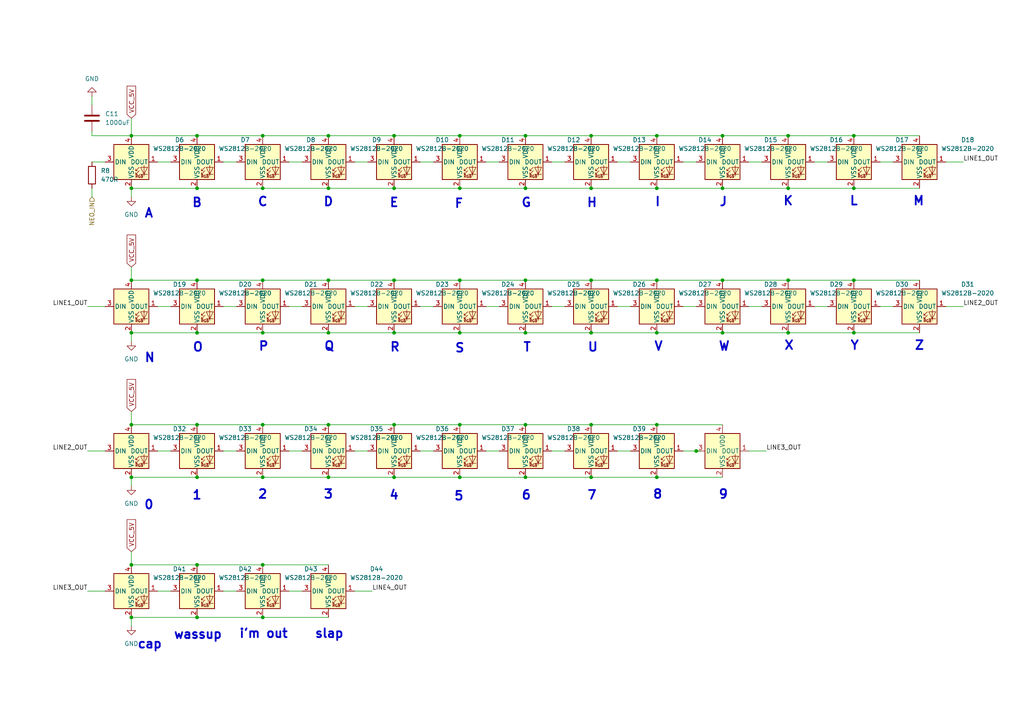
<source format=kicad_sch>
(kicad_sch (version 20250114) (generator "eeschema") (generator_version "9.0")
  (paper "A4")
  (lib_symbols
    (symbol "Device:C" (pin_numbers (hide yes)) (pin_names (offset 0.254))
      (property "Reference" "C" (at 0.635 2.54 0))
      (property "Value" "C" (at 0.635 -2.54 0))
      (symbol "C_0_1"
        (polyline (pts (xy -2.032 0.762) (xy 2.032 0.762)) (stroke (width 0.508)))
        (polyline (pts (xy -2.032 -0.762) (xy 2.032 -0.762)) (stroke (width 0.508)))
      )
      (symbol "C_1_1"
        (pin passive line (at 0 3.81 270) (length 2.794) (name "~") (number "1"))
        (pin passive line (at 0 -3.81 90) (length 2.794) (name "~") (number "2"))
      )
    )
    (symbol "Device:R" (pin_numbers (hide yes)) (pin_names (offset 0))
      (property "Reference" "R" (at 2.032 0 90))
      (property "Value" "R" (at 0 0 90))
      (symbol "R_0_1"
        (rectangle (start -1.016 -2.54) (end 1.016 2.54) (stroke (width 0.254)))
      )
      (symbol "R_1_1"
        (pin passive line (at 0 3.81 270) (length 1.27) (name "~") (number "1"))
        (pin passive line (at 0 -3.81 90) (length 1.27) (name "~") (number "2"))
      )
    )
    (symbol "LED:WS2812B-2020" (pin_names (offset 0.254))
      (property "Reference" "D" (at 5.08 5.715 0))
      (property "Value" "WS2812B-2020" (at 1.27 -5.715 0))
      (symbol "WS2812B-2020_0_0"
        (text "RGB" (at 2.286 -4.191 0) (effects (font (size 0.762 0.762))))
      )
      (symbol "WS2812B-2020_0_1"
        (polyline (pts (xy 1.27 -2.54) (xy 1.778 -2.54)))
        (polyline (pts (xy 1.27 -3.556) (xy 1.778 -3.556)))
        (polyline (pts (xy 2.286 -1.524) (xy 1.27 -2.54) (xy 1.27 -2.032)))
        (polyline (pts (xy 2.286 -2.54) (xy 1.27 -3.556) (xy 1.27 -3.048)))
        (polyline (pts (xy 3.683 -1.016) (xy 3.683 -3.556) (xy 3.683 -4.064)))
        (polyline (pts (xy 4.699 -1.524) (xy 2.667 -1.524) (xy 3.683 -3.556) (xy 4.699 -1.524)))
        (polyline (pts (xy 4.699 -3.556) (xy 2.667 -3.556)))
        (rectangle (start 5.08 5.08) (end -5.08 -5.08) (stroke (width 0.254)) (fill (type background)))
      )
      (symbol "WS2812B-2020_1_1"
        (pin input line (at -7.62 0 0) (length 2.54) (name "DIN") (number "3"))
        (pin power_in line (at 0 7.62 270) (length 2.54) (name "VDD") (number "4"))
        (pin power_in line (at 0 -7.62 90) (length 2.54) (name "VSS") (number "2"))
        (pin output line (at 7.62 0 180) (length 2.54) (name "DOUT") (number "1"))
      )
    )
    (symbol "power:GND" (power) (pin_numbers (hide yes)) (pin_names (offset 0) (hide yes))
      (property "Value" "GND" (at 0 -3.81 0))
      (symbol "GND_0_1"
        (polyline (pts (xy 0 0) (xy 0 -1.27) (xy 1.27 -1.27) (xy 0 -2.54) (xy -1.27 -1.27) (xy 0 -1.27)))
      )
      (symbol "GND_1_1"
        (pin power_in line (at 0 0 270) (length 0) (name "~") (number "1"))
      )
    )
  )
  (text "M" (at 266.446 58.42 0) (effects (font (size 2.54 2.54) (thickness 0.508) (bold yes))))
  (text "i'm out" (at 76.454 183.896 0) (effects (font (size 2.54 2.54) (thickness 0.508) (bold yes))))
  (text "I" (at 190.754 58.674 0) (effects (font (size 2.54 2.54) (thickness 0.508) (bold yes))))
  (text "9" (at 209.804 143.51 0) (effects (font (size 2.54 2.54) (thickness 0.508) (bold yes))))
  (text "N" (at 43.434 103.886 0) (effects (font (size 2.54 2.54) (thickness 0.508) (bold yes))))
  (text "X" (at 228.854 100.33 0) (effects (font (size 2.54 2.54) (thickness 0.508) (bold yes))))
  (text "Q" (at 95.504 100.584 0) (effects (font (size 2.54 2.54) (thickness 0.508) (bold yes))))
  (text "S" (at 133.35 101.092 0) (effects (font (size 2.54 2.54) (thickness 0.508) (bold yes))))
  (text "J" (at 209.804 58.674 0) (effects (font (size 2.54 2.54) (thickness 0.508) (bold yes))))
  (text "F" (at 133.096 59.182 0) (effects (font (size 2.54 2.54) (thickness 0.508) (bold yes))))
  (text "G" (at 152.654 58.928 0) (effects (font (size 2.54 2.54) (thickness 0.508) (bold yes))))
  (text "W" (at 210.058 100.584 0) (effects (font (size 2.54 2.54) (thickness 0.508) (bold yes))))
  (text "0" (at 43.18 146.558 0) (effects (font (size 2.54 2.54) (thickness 0.508) (bold yes))))
  (text "K" (at 228.6 58.42 0) (effects (font (size 2.54 2.54) (thickness 0.508) (bold yes))))
  (text "P\n" (at 76.454 100.584 0) (effects (font (size 2.54 2.54) (thickness 0.508) (bold yes))))
  (text "C\n" (at 76.2 58.674 0) (effects (font (size 2.54 2.54) (thickness 0.508) (bold yes))))
  (text "wassup" (at 57.404 184.15 0) (effects (font (size 2.54 2.54) (thickness 0.508) (bold yes))))
  (text "8" (at 190.754 143.51 0) (effects (font (size 2.54 2.54) (thickness 0.508) (bold yes))))
  (text "cap" (at 43.434 186.944 0) (effects (font (size 2.54 2.54) (thickness 0.508) (bold yes))))
  (text "T" (at 152.908 100.838 0) (effects (font (size 2.54 2.54) (thickness 0.508) (bold yes))))
  (text "7" (at 171.704 143.764 0) (effects (font (size 2.54 2.54) (thickness 0.508) (bold yes))))
  (text "O" (at 57.404 100.838 0) (effects (font (size 2.54 2.54) (thickness 0.508) (bold yes))))
  (text "H" (at 171.704 58.928 0) (effects (font (size 2.54 2.54) (thickness 0.508) (bold yes))))
  (text "L" (at 247.65 58.42 0) (effects (font (size 2.54 2.54) (thickness 0.508) (bold yes))))
  (text "E" (at 114.3 58.928 0) (effects (font (size 2.54 2.54) (thickness 0.508) (bold yes))))
  (text "4" (at 114.3 143.764 0) (effects (font (size 2.54 2.54) (thickness 0.508) (bold yes))))
  (text "Y" (at 247.904 100.33 0) (effects (font (size 2.54 2.54) (thickness 0.508) (bold yes))))
  (text "Z" (at 266.7 100.33 0) (effects (font (size 2.54 2.54) (thickness 0.508) (bold yes))))
  (text "6" (at 152.654 143.764 0) (effects (font (size 2.54 2.54) (thickness 0.508) (bold yes))))
  (text "3" (at 95.25 143.51 0) (effects (font (size 2.54 2.54) (thickness 0.508) (bold yes))))
  (text "V" (at 191.008 100.584 0) (effects (font (size 2.54 2.54) (thickness 0.508) (bold yes))))
  (text "U" (at 171.958 100.838 0) (effects (font (size 2.54 2.54) (thickness 0.508) (bold yes))))
  (text "B" (at 57.15 58.928 0) (effects (font (size 2.54 2.54) (thickness 0.508) (bold yes))))
  (text "5" (at 133.096 144.018 0) (effects (font (size 2.54 2.54) (thickness 0.508) (bold yes))))
  (text "slap" (at 95.504 183.896 0) (effects (font (size 2.54 2.54) (thickness 0.508) (bold yes))))
  (text "1" (at 57.15 143.764 0) (effects (font (size 2.54 2.54) (thickness 0.508) (bold yes))))
  (text "R" (at 114.554 100.838 0) (effects (font (size 2.54 2.54) (thickness 0.508) (bold yes))))
  (text "A" (at 43.18 61.976 0) (effects (font (size 2.54 2.54) (thickness 0.508) (bold yes))))
  (text "D" (at 95.25 58.674 0) (effects (font (size 2.54 2.54) (thickness 0.508) (bold yes))))
  (text "2" (at 76.2 143.51 0) (effects (font (size 2.54 2.54) (thickness 0.508) (bold yes))))
  (junction (at 76.2 163.83))
  (junction (at 171.45 54.61))
  (junction (at 76.2 123.19))
  (junction (at 114.3 81.28))
  (junction (at 76.2 138.43))
  (junction (at 228.6 96.52))
  (junction (at 114.3 39.37))
  (junction (at 133.35 39.37))
  (junction (at 171.45 39.37))
  (junction (at 57.15 81.28))
  (junction (at 201.93 130.81))
  (junction (at 38.1 39.37))
  (junction (at 133.35 138.43))
  (junction (at 76.2 39.37))
  (junction (at 228.6 81.28))
  (junction (at 95.25 54.61))
  (junction (at 190.5 96.52))
  (junction (at 209.55 54.61))
  (junction (at 228.6 39.37))
  (junction (at 57.15 163.83))
  (junction (at 190.5 81.28))
  (junction (at 95.25 123.19))
  (junction (at 171.45 81.28))
  (junction (at 76.2 81.28))
  (junction (at 133.35 81.28))
  (junction (at 38.1 179.07))
  (junction (at 38.1 96.52))
  (junction (at 114.3 96.52))
  (junction (at 95.25 138.43))
  (junction (at 38.1 54.61))
  (junction (at 190.5 39.37))
  (junction (at 57.15 123.19))
  (junction (at 133.35 54.61))
  (junction (at 38.1 81.28))
  (junction (at 114.3 138.43))
  (junction (at 133.35 123.19))
  (junction (at 95.25 81.28))
  (junction (at 209.55 81.28))
  (junction (at 171.45 96.52))
  (junction (at 152.4 123.19))
  (junction (at 228.6 54.61))
  (junction (at 171.45 138.43))
  (junction (at 76.2 96.52))
  (junction (at 57.15 54.61))
  (junction (at 38.1 123.19))
  (junction (at 57.15 96.52))
  (junction (at 114.3 123.19))
  (junction (at 152.4 39.37))
  (junction (at 190.5 138.43))
  (junction (at 247.65 81.28))
  (junction (at 57.15 39.37))
  (junction (at 209.55 39.37))
  (junction (at 76.2 54.61))
  (junction (at 95.25 96.52))
  (junction (at 57.15 138.43))
  (junction (at 247.65 39.37))
  (junction (at 95.25 39.37))
  (junction (at 38.1 138.43))
  (junction (at 190.5 123.19))
  (junction (at 152.4 138.43))
  (junction (at 57.15 179.07))
  (junction (at 133.35 96.52))
  (junction (at 171.45 123.19))
  (junction (at 247.65 96.52))
  (junction (at 152.4 96.52))
  (junction (at 76.2 179.07))
  (junction (at 152.4 81.28))
  (junction (at 247.65 54.61))
  (junction (at 38.1 163.83))
  (junction (at 209.55 96.52))
  (junction (at 152.4 54.61))
  (junction (at 114.3 54.61))
  (junction (at 190.5 54.61))
  (wire (pts (xy 114.3 123.19) (xy 133.35 123.19)))
  (wire (pts (xy 171.45 96.52) (xy 190.5 96.52)))
  (wire (pts (xy 228.6 81.28) (xy 247.65 81.28)))
  (wire (pts (xy 38.1 119.38) (xy 38.1 123.19)))
  (wire (pts (xy 152.4 81.28) (xy 171.45 81.28)))
  (wire (pts (xy 209.55 96.52) (xy 228.6 96.52)))
  (wire (pts (xy 25.4 130.81) (xy 30.48 130.81)))
  (wire (pts (xy 247.65 81.28) (xy 266.7 81.28)))
  (wire (pts (xy 95.25 96.52) (xy 114.3 96.52)))
  (wire (pts (xy 38.1 54.61) (xy 38.1 57.15)))
  (wire (pts (xy 57.15 54.61) (xy 76.2 54.61)))
  (wire (pts (xy 95.25 138.43) (xy 114.3 138.43)))
  (wire (pts (xy 236.22 88.9) (xy 240.03 88.9)))
  (wire (pts (xy 57.15 39.37) (xy 76.2 39.37)))
  (wire (pts (xy 201.93 130.81) (xy 203.2 130.81)))
  (wire (pts (xy 57.15 81.28) (xy 76.2 81.28)))
  (wire (pts (xy 160.02 130.81) (xy 163.83 130.81)))
  (wire (pts (xy 95.25 81.28) (xy 114.3 81.28)))
  (wire (pts (xy 114.3 96.52) (xy 133.35 96.52)))
  (wire (pts (xy 133.35 81.28) (xy 152.4 81.28)))
  (wire (pts (xy 76.2 96.52) (xy 95.25 96.52)))
  (wire (pts (xy 255.27 88.9) (xy 259.08 88.9)))
  (wire (pts (xy 228.6 39.37) (xy 247.65 39.37)))
  (wire (pts (xy 83.82 130.81) (xy 87.63 130.81)))
  (wire (pts (xy 26.67 27.94) (xy 26.67 30.48)))
  (wire (pts (xy 25.4 171.45) (xy 30.48 171.45)))
  (wire (pts (xy 152.4 39.37) (xy 171.45 39.37)))
  (wire (pts (xy 38.1 81.28) (xy 57.15 81.28)))
  (wire (pts (xy 57.15 123.19) (xy 76.2 123.19)))
  (wire (pts (xy 76.2 179.07) (xy 95.25 179.07)))
  (wire (pts (xy 114.3 138.43) (xy 133.35 138.43)))
  (wire (pts (xy 45.72 171.45) (xy 49.53 171.45)))
  (wire (pts (xy 217.17 46.99) (xy 220.98 46.99)))
  (wire (pts (xy 247.65 54.61) (xy 266.7 54.61)))
  (wire (pts (xy 102.87 88.9) (xy 106.68 88.9)))
  (wire (pts (xy 95.25 39.37) (xy 114.3 39.37)))
  (wire (pts (xy 76.2 81.28) (xy 95.25 81.28)))
  (wire (pts (xy 140.97 46.99) (xy 144.78 46.99)))
  (wire (pts (xy 121.92 46.99) (xy 125.73 46.99)))
  (wire (pts (xy 140.97 88.9) (xy 144.78 88.9)))
  (wire (pts (xy 95.25 123.19) (xy 114.3 123.19)))
  (wire (pts (xy 121.92 130.81) (xy 125.73 130.81)))
  (wire (pts (xy 102.87 46.99) (xy 106.68 46.99)))
  (wire (pts (xy 160.02 46.99) (xy 163.83 46.99)))
  (wire (pts (xy 38.1 179.07) (xy 57.15 179.07)))
  (wire (pts (xy 83.82 88.9) (xy 87.63 88.9)))
  (wire (pts (xy 274.32 88.9) (xy 279.4 88.9)))
  (wire (pts (xy 76.2 54.61) (xy 95.25 54.61)))
  (wire (pts (xy 247.65 96.52) (xy 266.7 96.52)))
  (wire (pts (xy 38.1 138.43) (xy 38.1 140.97)))
  (wire (pts (xy 38.1 163.83) (xy 57.15 163.83)))
  (wire (pts (xy 247.65 39.37) (xy 266.7 39.37)))
  (wire (pts (xy 102.87 130.81) (xy 106.68 130.81)))
  (wire (pts (xy 190.5 81.28) (xy 209.55 81.28)))
  (wire (pts (xy 217.17 88.9) (xy 220.98 88.9)))
  (wire (pts (xy 57.15 179.07) (xy 76.2 179.07)))
  (wire (pts (xy 38.1 39.37) (xy 57.15 39.37)))
  (wire (pts (xy 209.55 81.28) (xy 228.6 81.28)))
  (wire (pts (xy 209.55 54.61) (xy 228.6 54.61)))
  (wire (pts (xy 76.2 39.37) (xy 95.25 39.37)))
  (wire (pts (xy 190.5 123.19) (xy 209.55 123.19)))
  (wire (pts (xy 38.1 179.07) (xy 38.1 181.61)))
  (wire (pts (xy 57.15 138.43) (xy 76.2 138.43)))
  (wire (pts (xy 38.1 77.47) (xy 38.1 81.28)))
  (wire (pts (xy 133.35 96.52) (xy 152.4 96.52)))
  (wire (pts (xy 64.77 130.81) (xy 68.58 130.81)))
  (wire (pts (xy 26.67 39.37) (xy 26.67 38.1)))
  (wire (pts (xy 133.35 138.43) (xy 152.4 138.43)))
  (wire (pts (xy 95.25 54.61) (xy 114.3 54.61)))
  (wire (pts (xy 152.4 96.52) (xy 171.45 96.52)))
  (wire (pts (xy 209.55 39.37) (xy 228.6 39.37)))
  (wire (pts (xy 179.07 88.9) (xy 182.88 88.9)))
  (wire (pts (xy 102.87 171.45) (xy 107.95 171.45)))
  (wire (pts (xy 64.77 171.45) (xy 68.58 171.45)))
  (wire (pts (xy 171.45 123.19) (xy 190.5 123.19)))
  (wire (pts (xy 179.07 130.81) (xy 182.88 130.81)))
  (wire (pts (xy 160.02 88.9) (xy 163.83 88.9)))
  (wire (pts (xy 114.3 81.28) (xy 133.35 81.28)))
  (wire (pts (xy 152.4 123.19) (xy 171.45 123.19)))
  (wire (pts (xy 76.2 163.83) (xy 95.25 163.83)))
  (wire (pts (xy 171.45 81.28) (xy 190.5 81.28)))
  (wire (pts (xy 236.22 46.99) (xy 240.03 46.99)))
  (wire (pts (xy 57.15 96.52) (xy 76.2 96.52)))
  (wire (pts (xy 45.72 88.9) (xy 49.53 88.9)))
  (wire (pts (xy 228.6 96.52) (xy 247.65 96.52)))
  (wire (pts (xy 179.07 46.99) (xy 182.88 46.99)))
  (wire (pts (xy 64.77 88.9) (xy 68.58 88.9)))
  (wire (pts (xy 198.12 130.81) (xy 201.93 130.81)))
  (wire (pts (xy 171.45 138.43) (xy 190.5 138.43)))
  (wire (pts (xy 38.1 96.52) (xy 38.1 99.06)))
  (wire (pts (xy 114.3 39.37) (xy 133.35 39.37)))
  (wire (pts (xy 171.45 54.61) (xy 190.5 54.61)))
  (wire (pts (xy 121.92 88.9) (xy 125.73 88.9)))
  (wire (pts (xy 152.4 138.43) (xy 171.45 138.43)))
  (wire (pts (xy 171.45 39.37) (xy 190.5 39.37)))
  (wire (pts (xy 38.1 160.02) (xy 38.1 163.83)))
  (wire (pts (xy 198.12 46.99) (xy 201.93 46.99)))
  (wire (pts (xy 26.67 46.99) (xy 30.48 46.99)))
  (wire (pts (xy 190.5 96.52) (xy 209.55 96.52)))
  (wire (pts (xy 133.35 39.37) (xy 152.4 39.37)))
  (wire (pts (xy 57.15 163.83) (xy 76.2 163.83)))
  (wire (pts (xy 190.5 54.61) (xy 209.55 54.61)))
  (wire (pts (xy 133.35 123.19) (xy 152.4 123.19)))
  (wire (pts (xy 38.1 123.19) (xy 57.15 123.19)))
  (wire (pts (xy 190.5 138.43) (xy 209.55 138.43)))
  (wire (pts (xy 83.82 171.45) (xy 87.63 171.45)))
  (wire (pts (xy 228.6 54.61) (xy 247.65 54.61)))
  (wire (pts (xy 26.67 57.15) (xy 26.67 54.61)))
  (wire (pts (xy 190.5 39.37) (xy 209.55 39.37)))
  (wire (pts (xy 255.27 46.99) (xy 259.08 46.99)))
  (wire (pts (xy 25.4 88.9) (xy 30.48 88.9)))
  (wire (pts (xy 45.72 46.99) (xy 49.53 46.99)))
  (wire (pts (xy 217.17 130.81) (xy 222.25 130.81)))
  (wire (pts (xy 76.2 123.19) (xy 95.25 123.19)))
  (wire (pts (xy 114.3 54.61) (xy 133.35 54.61)))
  (wire (pts (xy 133.35 54.61) (xy 152.4 54.61)))
  (wire (pts (xy 38.1 54.61) (xy 57.15 54.61)))
  (wire (pts (xy 198.12 88.9) (xy 201.93 88.9)))
  (wire (pts (xy 64.77 46.99) (xy 68.58 46.99)))
  (wire (pts (xy 83.82 46.99) (xy 87.63 46.99)))
  (wire (pts (xy 38.1 96.52) (xy 57.15 96.52)))
  (wire (pts (xy 38.1 138.43) (xy 57.15 138.43)))
  (wire (pts (xy 38.1 39.37) (xy 26.67 39.37)))
  (wire (pts (xy 38.1 34.29) (xy 38.1 39.37)))
  (wire (pts (xy 45.72 130.81) (xy 49.53 130.81)))
  (wire (pts (xy 274.32 46.99) (xy 279.4 46.99)))
  (wire (pts (xy 140.97 130.81) (xy 144.78 130.81)))
  (wire (pts (xy 76.2 138.43) (xy 95.25 138.43)))
  (wire (pts (xy 152.4 54.61) (xy 171.45 54.61)))
  (label "LINE3_OUT" (at 222.25 130.81 0))
  (label "LINE2_OUT" (at 25.4 130.81 180))
  (label "LINE3_OUT" (at 25.4 171.45 180))
  (label "LINE1_OUT" (at 279.4 46.99 0))
  (label "LINE4_OUT" (at 107.95 171.45 0))
  (label "LINE2_OUT" (at 279.4 88.9 0))
  (label "LINE1_OUT" (at 25.4 88.9 180))
  (global_label "VCC_5V" (shape input) (at 38.1 34.29 90) (property "Intersheetrefs" "${INTERSHEET_REFS}" (effects (hide yes))))
  (global_label "VCC_5V" (shape input) (at 38.1 77.47 90) (property "Intersheetrefs" "${INTERSHEET_REFS}" (effects (hide yes))))
  (global_label "VCC_5V" (shape input) (at 38.1 160.02 90) (property "Intersheetrefs" "${INTERSHEET_REFS}" (effects (hide yes))))
  (global_label "VCC_5V" (shape input) (at 38.1 119.38 90) (property "Intersheetrefs" "${INTERSHEET_REFS}" (effects (hide yes))))
  (hierarchical_label "NEO_IN" (shape input) (at 26.67 57.15 270))
  (symbol (lib_id "power:GND") (at 38.1 99.06 0) (unit 1)
    (property "Reference" "#PWR013" (effects (hide yes)))
    (property "Value" "GND" (at 38.1 104.14 0))
    (property "Description" "Power symbol creates a global label with name \"GND\" , ground" (effects (hide yes)))
  )
  (symbol (lib_id "LED:WS2812B-2020") (at 38.1 46.99 0) (unit 1)
    (property "Reference" "D6" (at 52.07 40.5698 0))
    (property "Value" "WS2812B-2020" (at 52.07 43.1098 0))
    (property "Footprint" "LED_SMD:LED_WS2812B-2020_PLCC4_2.0x2.0mm" (effects (hide yes)))
    (property "Datasheet" "https://cdn-shop.adafruit.com/product-files/4684/4684_WS2812B-2020_V1.3_EN.pdf" (effects (hide yes)))
    (property "Description" "RGB LED with integrated controller, 2.0 x 2.0 mm, 12 mA" (effects (hide yes)))
  )
  (symbol (lib_id "LED:WS2812B-2020") (at 209.55 130.81 0) (unit 1)
    (property "Reference" "D46" (effects (hide yes)))
    (property "Value" "WS2812B-2020" (effects (hide yes)))
    (property "Footprint" "LED_SMD:LED_WS2812B-2020_PLCC4_2.0x2.0mm" (effects (hide yes)))
    (property "Datasheet" "https://cdn-shop.adafruit.com/product-files/4684/4684_WS2812B-2020_V1.3_EN.pdf" (effects (hide yes)))
    (property "Description" "RGB LED with integrated controller, 2.0 x 2.0 mm, 12 mA" (effects (hide yes)))
  )
  (symbol (lib_id "LED:WS2812B-2020") (at 95.25 46.99 0) (unit 1)
    (property "Reference" "D9" (at 109.22 40.5698 0))
    (property "Value" "WS2812B-2020" (at 109.22 43.1098 0))
    (property "Footprint" "LED_SMD:LED_WS2812B-2020_PLCC4_2.0x2.0mm" (effects (hide yes)))
    (property "Datasheet" "https://cdn-shop.adafruit.com/product-files/4684/4684_WS2812B-2020_V1.3_EN.pdf" (effects (hide yes)))
    (property "Description" "RGB LED with integrated controller, 2.0 x 2.0 mm, 12 mA" (effects (hide yes)))
  )
  (symbol (lib_id "LED:WS2812B-2020") (at 152.4 130.81 0) (unit 1)
    (property "Reference" "D38" (at 166.37 124.3898 0))
    (property "Value" "WS2812B-2020" (at 166.37 126.9298 0))
    (property "Footprint" "LED_SMD:LED_WS2812B-2020_PLCC4_2.0x2.0mm" (effects (hide yes)))
    (property "Datasheet" "https://cdn-shop.adafruit.com/product-files/4684/4684_WS2812B-2020_V1.3_EN.pdf" (effects (hide yes)))
    (property "Description" "RGB LED with integrated controller, 2.0 x 2.0 mm, 12 mA" (effects (hide yes)))
  )
  (symbol (lib_id "Device:C") (at 26.67 34.29 0) (unit 1)
    (property "Reference" "C11" (at 30.48 33.0199 0) (effects (justify left)))
    (property "Value" "1000uF" (at 30.48 35.5599 0) (effects (justify left)))
    (property "Footprint" "Capacitor_SMD:C_0805_2012Metric" (effects (hide yes)))
    (property "Description" "Unpolarized capacitor" (effects (hide yes)))
  )
  (symbol (lib_id "LED:WS2812B-2020") (at 171.45 88.9 0) (unit 1)
    (property "Reference" "D26" (at 185.42 82.4798 0))
    (property "Value" "WS2812B-2020" (at 185.42 85.0198 0))
    (property "Footprint" "LED_SMD:LED_WS2812B-2020_PLCC4_2.0x2.0mm" (effects (hide yes)))
    (property "Datasheet" "https://cdn-shop.adafruit.com/product-files/4684/4684_WS2812B-2020_V1.3_EN.pdf" (effects (hide yes)))
    (property "Description" "RGB LED with integrated controller, 2.0 x 2.0 mm, 12 mA" (effects (hide yes)))
  )
  (symbol (lib_id "power:GND") (at 38.1 57.15 0) (unit 1)
    (property "Reference" "#PWR011" (effects (hide yes)))
    (property "Value" "GND" (at 38.1 62.23 0))
    (property "Description" "Power symbol creates a global label with name \"GND\" , ground" (effects (hide yes)))
  )
  (symbol (lib_id "LED:WS2812B-2020") (at 190.5 46.99 0) (unit 1)
    (property "Reference" "D14" (at 204.47 40.5698 0))
    (property "Value" "WS2812B-2020" (at 204.47 43.1098 0))
    (property "Footprint" "LED_SMD:LED_WS2812B-2020_PLCC4_2.0x2.0mm" (effects (hide yes)))
    (property "Datasheet" "https://cdn-shop.adafruit.com/product-files/4684/4684_WS2812B-2020_V1.3_EN.pdf" (effects (hide yes)))
    (property "Description" "RGB LED with integrated controller, 2.0 x 2.0 mm, 12 mA" (effects (hide yes)))
  )
  (symbol (lib_id "LED:WS2812B-2020") (at 133.35 88.9 0) (unit 1)
    (property "Reference" "D24" (at 147.32 82.4798 0))
    (property "Value" "WS2812B-2020" (at 147.32 85.0198 0))
    (property "Footprint" "LED_SMD:LED_WS2812B-2020_PLCC4_2.0x2.0mm" (effects (hide yes)))
    (property "Datasheet" "https://cdn-shop.adafruit.com/product-files/4684/4684_WS2812B-2020_V1.3_EN.pdf" (effects (hide yes)))
    (property "Description" "RGB LED with integrated controller, 2.0 x 2.0 mm, 12 mA" (effects (hide yes)))
  )
  (symbol (lib_id "LED:WS2812B-2020") (at 95.25 171.45 0) (unit 1)
    (property "Reference" "D44" (at 109.22 165.0298 0))
    (property "Value" "WS2812B-2020" (at 109.22 167.5698 0))
    (property "Footprint" "LED_SMD:LED_WS2812B-2020_PLCC4_2.0x2.0mm" (effects (hide yes)))
    (property "Datasheet" "https://cdn-shop.adafruit.com/product-files/4684/4684_WS2812B-2020_V1.3_EN.pdf" (effects (hide yes)))
    (property "Description" "RGB LED with integrated controller, 2.0 x 2.0 mm, 12 mA" (effects (hide yes)))
  )
  (symbol (lib_id "LED:WS2812B-2020") (at 190.5 88.9 0) (unit 1)
    (property "Reference" "D27" (at 204.47 82.4798 0))
    (property "Value" "WS2812B-2020" (at 204.47 85.0198 0))
    (property "Footprint" "LED_SMD:LED_WS2812B-2020_PLCC4_2.0x2.0mm" (effects (hide yes)))
    (property "Datasheet" "https://cdn-shop.adafruit.com/product-files/4684/4684_WS2812B-2020_V1.3_EN.pdf" (effects (hide yes)))
    (property "Description" "RGB LED with integrated controller, 2.0 x 2.0 mm, 12 mA" (effects (hide yes)))
  )
  (symbol (lib_id "LED:WS2812B-2020") (at 38.1 130.81 0) (unit 1)
    (property "Reference" "D32" (at 52.07 124.3898 0))
    (property "Value" "WS2812B-2020" (at 52.07 126.9298 0))
    (property "Footprint" "LED_SMD:LED_WS2812B-2020_PLCC4_2.0x2.0mm" (effects (hide yes)))
    (property "Datasheet" "https://cdn-shop.adafruit.com/product-files/4684/4684_WS2812B-2020_V1.3_EN.pdf" (effects (hide yes)))
    (property "Description" "RGB LED with integrated controller, 2.0 x 2.0 mm, 12 mA" (effects (hide yes)))
  )
  (symbol (lib_id "LED:WS2812B-2020") (at 114.3 88.9 0) (unit 1)
    (property "Reference" "D23" (at 128.27 82.4798 0))
    (property "Value" "WS2812B-2020" (at 128.27 85.0198 0))
    (property "Footprint" "LED_SMD:LED_WS2812B-2020_PLCC4_2.0x2.0mm" (effects (hide yes)))
    (property "Datasheet" "https://cdn-shop.adafruit.com/product-files/4684/4684_WS2812B-2020_V1.3_EN.pdf" (effects (hide yes)))
    (property "Description" "RGB LED with integrated controller, 2.0 x 2.0 mm, 12 mA" (effects (hide yes)))
  )
  (symbol (lib_id "LED:WS2812B-2020") (at 171.45 130.81 0) (unit 1)
    (property "Reference" "D39" (at 185.42 124.3898 0))
    (property "Value" "WS2812B-2020" (at 185.42 126.9298 0))
    (property "Footprint" "LED_SMD:LED_WS2812B-2020_PLCC4_2.0x2.0mm" (effects (hide yes)))
    (property "Datasheet" "https://cdn-shop.adafruit.com/product-files/4684/4684_WS2812B-2020_V1.3_EN.pdf" (effects (hide yes)))
    (property "Description" "RGB LED with integrated controller, 2.0 x 2.0 mm, 12 mA" (effects (hide yes)))
  )
  (symbol (lib_id "LED:WS2812B-2020") (at 266.7 46.99 0) (unit 1)
    (property "Reference" "D18" (at 280.67 40.5698 0))
    (property "Value" "WS2812B-2020" (at 280.67 43.1098 0))
    (property "Footprint" "LED_SMD:LED_WS2812B-2020_PLCC4_2.0x2.0mm" (effects (hide yes)))
    (property "Datasheet" "https://cdn-shop.adafruit.com/product-files/4684/4684_WS2812B-2020_V1.3_EN.pdf" (effects (hide yes)))
    (property "Description" "RGB LED with integrated controller, 2.0 x 2.0 mm, 12 mA" (effects (hide yes)))
  )
  (symbol (lib_id "LED:WS2812B-2020") (at 209.55 88.9 0) (unit 1)
    (property "Reference" "D28" (at 223.52 82.4798 0))
    (property "Value" "WS2812B-2020" (at 223.52 85.0198 0))
    (property "Footprint" "LED_SMD:LED_WS2812B-2020_PLCC4_2.0x2.0mm" (effects (hide yes)))
    (property "Datasheet" "https://cdn-shop.adafruit.com/product-files/4684/4684_WS2812B-2020_V1.3_EN.pdf" (effects (hide yes)))
    (property "Description" "RGB LED with integrated controller, 2.0 x 2.0 mm, 12 mA" (effects (hide yes)))
  )
  (symbol (lib_id "LED:WS2812B-2020") (at 247.65 46.99 0) (unit 1)
    (property "Reference" "D17" (at 261.62 40.5698 0))
    (property "Value" "WS2812B-2020" (at 261.62 43.1098 0))
    (property "Footprint" "LED_SMD:LED_WS2812B-2020_PLCC4_2.0x2.0mm" (effects (hide yes)))
    (property "Datasheet" "https://cdn-shop.adafruit.com/product-files/4684/4684_WS2812B-2020_V1.3_EN.pdf" (effects (hide yes)))
    (property "Description" "RGB LED with integrated controller, 2.0 x 2.0 mm, 12 mA" (effects (hide yes)))
  )
  (symbol (lib_id "LED:WS2812B-2020") (at 76.2 130.81 0) (unit 1)
    (property "Reference" "D34" (at 90.17 124.3898 0))
    (property "Value" "WS2812B-2020" (at 90.17 126.9298 0))
    (property "Footprint" "LED_SMD:LED_WS2812B-2020_PLCC4_2.0x2.0mm" (effects (hide yes)))
    (property "Datasheet" "https://cdn-shop.adafruit.com/product-files/4684/4684_WS2812B-2020_V1.3_EN.pdf" (effects (hide yes)))
    (property "Description" "RGB LED with integrated controller, 2.0 x 2.0 mm, 12 mA" (effects (hide yes)))
  )
  (symbol (lib_id "Device:R") (at 26.67 50.8 180) (unit 1)
    (property "Reference" "R8" (at 29.21 49.5299 0) (effects (justify right)))
    (property "Value" "470R" (at 29.21 52.0699 0) (effects (justify right)))
    (property "Footprint" "Resistor_SMD:R_0402_1005Metric_Pad0.72x0.64mm_HandSolder" (effects (hide yes)))
    (property "Description" "Resistor" (effects (hide yes)))
  )
  (symbol (lib_id "LED:WS2812B-2020") (at 95.25 130.81 0) (unit 1)
    (property "Reference" "D35" (at 109.22 124.3898 0))
    (property "Value" "WS2812B-2020" (at 109.22 126.9298 0))
    (property "Footprint" "LED_SMD:LED_WS2812B-2020_PLCC4_2.0x2.0mm" (effects (hide yes)))
    (property "Datasheet" "https://cdn-shop.adafruit.com/product-files/4684/4684_WS2812B-2020_V1.3_EN.pdf" (effects (hide yes)))
    (property "Description" "RGB LED with integrated controller, 2.0 x 2.0 mm, 12 mA" (effects (hide yes)))
  )
  (symbol (lib_id "power:GND") (at 38.1 140.97 0) (unit 1)
    (property "Reference" "#PWR014" (effects (hide yes)))
    (property "Value" "GND" (at 38.1 146.05 0))
    (property "Description" "Power symbol creates a global label with name \"GND\" , ground" (effects (hide yes)))
  )
  (symbol (lib_id "LED:WS2812B-2020") (at 228.6 88.9 0) (unit 1)
    (property "Reference" "D29" (at 242.57 82.4798 0))
    (property "Value" "WS2812B-2020" (at 242.57 85.0198 0))
    (property "Footprint" "LED_SMD:LED_WS2812B-2020_PLCC4_2.0x2.0mm" (effects (hide yes)))
    (property "Datasheet" "https://cdn-shop.adafruit.com/product-files/4684/4684_WS2812B-2020_V1.3_EN.pdf" (effects (hide yes)))
    (property "Description" "RGB LED with integrated controller, 2.0 x 2.0 mm, 12 mA" (effects (hide yes)))
  )
  (symbol (lib_id "LED:WS2812B-2020") (at 76.2 46.99 0) (unit 1)
    (property "Reference" "D8" (at 90.17 40.5698 0))
    (property "Value" "WS2812B-2020" (at 90.17 43.1098 0))
    (property "Footprint" "LED_SMD:LED_WS2812B-2020_PLCC4_2.0x2.0mm" (effects (hide yes)))
    (property "Datasheet" "https://cdn-shop.adafruit.com/product-files/4684/4684_WS2812B-2020_V1.3_EN.pdf" (effects (hide yes)))
    (property "Description" "RGB LED with integrated controller, 2.0 x 2.0 mm, 12 mA" (effects (hide yes)))
  )
  (symbol (lib_id "LED:WS2812B-2020") (at 114.3 46.99 0) (unit 1)
    (property "Reference" "D10" (at 128.27 40.5698 0))
    (property "Value" "WS2812B-2020" (at 128.27 43.1098 0))
    (property "Footprint" "LED_SMD:LED_WS2812B-2020_PLCC4_2.0x2.0mm" (effects (hide yes)))
    (property "Datasheet" "https://cdn-shop.adafruit.com/product-files/4684/4684_WS2812B-2020_V1.3_EN.pdf" (effects (hide yes)))
    (property "Description" "RGB LED with integrated controller, 2.0 x 2.0 mm, 12 mA" (effects (hide yes)))
  )
  (symbol (lib_id "LED:WS2812B-2020") (at 57.15 88.9 0) (unit 1)
    (property "Reference" "D20" (at 71.12 82.4798 0))
    (property "Value" "WS2812B-2020" (at 71.12 85.0198 0))
    (property "Footprint" "LED_SMD:LED_WS2812B-2020_PLCC4_2.0x2.0mm" (effects (hide yes)))
    (property "Datasheet" "https://cdn-shop.adafruit.com/product-files/4684/4684_WS2812B-2020_V1.3_EN.pdf" (effects (hide yes)))
    (property "Description" "RGB LED with integrated controller, 2.0 x 2.0 mm, 12 mA" (effects (hide yes)))
  )
  (symbol (lib_id "LED:WS2812B-2020") (at 95.25 88.9 0) (unit 1)
    (property "Reference" "D22" (at 109.22 82.4798 0))
    (property "Value" "WS2812B-2020" (at 109.22 85.0198 0))
    (property "Footprint" "LED_SMD:LED_WS2812B-2020_PLCC4_2.0x2.0mm" (effects (hide yes)))
    (property "Datasheet" "https://cdn-shop.adafruit.com/product-files/4684/4684_WS2812B-2020_V1.3_EN.pdf" (effects (hide yes)))
    (property "Description" "RGB LED with integrated controller, 2.0 x 2.0 mm, 12 mA" (effects (hide yes)))
  )
  (symbol (lib_id "LED:WS2812B-2020") (at 133.35 46.99 0) (unit 1)
    (property "Reference" "D11" (at 147.32 40.5698 0))
    (property "Value" "WS2812B-2020" (at 147.32 43.1098 0))
    (property "Footprint" "LED_SMD:LED_WS2812B-2020_PLCC4_2.0x2.0mm" (effects (hide yes)))
    (property "Datasheet" "https://cdn-shop.adafruit.com/product-files/4684/4684_WS2812B-2020_V1.3_EN.pdf" (effects (hide yes)))
    (property "Description" "RGB LED with integrated controller, 2.0 x 2.0 mm, 12 mA" (effects (hide yes)))
  )
  (symbol (lib_id "LED:WS2812B-2020") (at 152.4 46.99 0) (unit 1)
    (property "Reference" "D12" (at 166.37 40.5698 0))
    (property "Value" "WS2812B-2020" (at 166.37 43.1098 0))
    (property "Footprint" "LED_SMD:LED_WS2812B-2020_PLCC4_2.0x2.0mm" (effects (hide yes)))
    (property "Datasheet" "https://cdn-shop.adafruit.com/product-files/4684/4684_WS2812B-2020_V1.3_EN.pdf" (effects (hide yes)))
    (property "Description" "RGB LED with integrated controller, 2.0 x 2.0 mm, 12 mA" (effects (hide yes)))
  )
  (symbol (lib_id "LED:WS2812B-2020") (at 57.15 46.99 0) (unit 1)
    (property "Reference" "D7" (at 71.12 40.5698 0))
    (property "Value" "WS2812B-2020" (at 71.12 43.1098 0))
    (property "Footprint" "LED_SMD:LED_WS2812B-2020_PLCC4_2.0x2.0mm" (effects (hide yes)))
    (property "Datasheet" "https://cdn-shop.adafruit.com/product-files/4684/4684_WS2812B-2020_V1.3_EN.pdf" (effects (hide yes)))
    (property "Description" "RGB LED with integrated controller, 2.0 x 2.0 mm, 12 mA" (effects (hide yes)))
  )
  (symbol (lib_id "LED:WS2812B-2020") (at 57.15 130.81 0) (unit 1)
    (property "Reference" "D33" (at 71.12 124.3898 0))
    (property "Value" "WS2812B-2020" (at 71.12 126.9298 0))
    (property "Footprint" "LED_SMD:LED_WS2812B-2020_PLCC4_2.0x2.0mm" (effects (hide yes)))
    (property "Datasheet" "https://cdn-shop.adafruit.com/product-files/4684/4684_WS2812B-2020_V1.3_EN.pdf" (effects (hide yes)))
    (property "Description" "RGB LED with integrated controller, 2.0 x 2.0 mm, 12 mA" (effects (hide yes)))
  )
  (symbol (lib_id "LED:WS2812B-2020") (at 190.5 130.81 0) (unit 1)
    (property "Reference" "D40" (effects (hide yes)))
    (property "Value" "WS2812B-2020" (effects (hide yes)))
    (property "Footprint" "LED_SMD:LED_WS2812B-2020_PLCC4_2.0x2.0mm" (effects (hide yes)))
    (property "Datasheet" "https://cdn-shop.adafruit.com/product-files/4684/4684_WS2812B-2020_V1.3_EN.pdf" (effects (hide yes)))
    (property "Description" "RGB LED with integrated controller, 2.0 x 2.0 mm, 12 mA" (effects (hide yes)))
  )
  (symbol (lib_id "power:GND") (at 38.1 181.61 0) (unit 1)
    (property "Reference" "#PWR015" (effects (hide yes)))
    (property "Value" "GND" (at 38.1 186.69 0))
    (property "Description" "Power symbol creates a global label with name \"GND\" , ground" (effects (hide yes)))
  )
  (symbol (lib_id "LED:WS2812B-2020") (at 114.3 130.81 0) (unit 1)
    (property "Reference" "D36" (at 128.27 124.3898 0))
    (property "Value" "WS2812B-2020" (at 128.27 126.9298 0))
    (property "Footprint" "LED_SMD:LED_WS2812B-2020_PLCC4_2.0x2.0mm" (effects (hide yes)))
    (property "Datasheet" "https://cdn-shop.adafruit.com/product-files/4684/4684_WS2812B-2020_V1.3_EN.pdf" (effects (hide yes)))
    (property "Description" "RGB LED with integrated controller, 2.0 x 2.0 mm, 12 mA" (effects (hide yes)))
  )
  (symbol (lib_id "LED:WS2812B-2020") (at 247.65 88.9 0) (unit 1)
    (property "Reference" "D30" (at 261.62 82.4798 0))
    (property "Value" "WS2812B-2020" (at 261.62 85.0198 0))
    (property "Footprint" "LED_SMD:LED_WS2812B-2020_PLCC4_2.0x2.0mm" (effects (hide yes)))
    (property "Datasheet" "https://cdn-shop.adafruit.com/product-files/4684/4684_WS2812B-2020_V1.3_EN.pdf" (effects (hide yes)))
    (property "Description" "RGB LED with integrated controller, 2.0 x 2.0 mm, 12 mA" (effects (hide yes)))
  )
  (symbol (lib_id "LED:WS2812B-2020") (at 76.2 88.9 0) (unit 1)
    (property "Reference" "D21" (at 90.17 82.4798 0))
    (property "Value" "WS2812B-2020" (at 90.17 85.0198 0))
    (property "Footprint" "LED_SMD:LED_WS2812B-2020_PLCC4_2.0x2.0mm" (effects (hide yes)))
    (property "Datasheet" "https://cdn-shop.adafruit.com/product-files/4684/4684_WS2812B-2020_V1.3_EN.pdf" (effects (hide yes)))
    (property "Description" "RGB LED with integrated controller, 2.0 x 2.0 mm, 12 mA" (effects (hide yes)))
  )
  (symbol (lib_id "LED:WS2812B-2020") (at 209.55 46.99 0) (unit 1)
    (property "Reference" "D15" (at 223.52 40.5698 0))
    (property "Value" "WS2812B-2020" (at 223.52 43.1098 0))
    (property "Footprint" "LED_SMD:LED_WS2812B-2020_PLCC4_2.0x2.0mm" (effects (hide yes)))
    (property "Datasheet" "https://cdn-shop.adafruit.com/product-files/4684/4684_WS2812B-2020_V1.3_EN.pdf" (effects (hide yes)))
    (property "Description" "RGB LED with integrated controller, 2.0 x 2.0 mm, 12 mA" (effects (hide yes)))
  )
  (symbol (lib_id "LED:WS2812B-2020") (at 171.45 46.99 0) (unit 1)
    (property "Reference" "D13" (at 185.42 40.5698 0))
    (property "Value" "WS2812B-2020" (at 185.42 43.1098 0))
    (property "Footprint" "LED_SMD:LED_WS2812B-2020_PLCC4_2.0x2.0mm" (effects (hide yes)))
    (property "Datasheet" "https://cdn-shop.adafruit.com/product-files/4684/4684_WS2812B-2020_V1.3_EN.pdf" (effects (hide yes)))
    (property "Description" "RGB LED with integrated controller, 2.0 x 2.0 mm, 12 mA" (effects (hide yes)))
  )
  (symbol (lib_id "LED:WS2812B-2020") (at 152.4 88.9 0) (unit 1)
    (property "Reference" "D25" (at 166.37 82.4798 0))
    (property "Value" "WS2812B-2020" (at 166.37 85.0198 0))
    (property "Footprint" "LED_SMD:LED_WS2812B-2020_PLCC4_2.0x2.0mm" (effects (hide yes)))
    (property "Datasheet" "https://cdn-shop.adafruit.com/product-files/4684/4684_WS2812B-2020_V1.3_EN.pdf" (effects (hide yes)))
    (property "Description" "RGB LED with integrated controller, 2.0 x 2.0 mm, 12 mA" (effects (hide yes)))
  )
  (symbol (lib_id "LED:WS2812B-2020") (at 133.35 130.81 0) (unit 1)
    (property "Reference" "D37" (at 147.32 124.3898 0))
    (property "Value" "WS2812B-2020" (at 147.32 126.9298 0))
    (property "Footprint" "LED_SMD:LED_WS2812B-2020_PLCC4_2.0x2.0mm" (effects (hide yes)))
    (property "Datasheet" "https://cdn-shop.adafruit.com/product-files/4684/4684_WS2812B-2020_V1.3_EN.pdf" (effects (hide yes)))
    (property "Description" "RGB LED with integrated controller, 2.0 x 2.0 mm, 12 mA" (effects (hide yes)))
  )
  (symbol (lib_id "LED:WS2812B-2020") (at 38.1 171.45 0) (unit 1)
    (property "Reference" "D41" (at 52.07 165.0298 0))
    (property "Value" "WS2812B-2020" (at 52.07 167.5698 0))
    (property "Footprint" "LED_SMD:LED_WS2812B-2020_PLCC4_2.0x2.0mm" (effects (hide yes)))
    (property "Datasheet" "https://cdn-shop.adafruit.com/product-files/4684/4684_WS2812B-2020_V1.3_EN.pdf" (effects (hide yes)))
    (property "Description" "RGB LED with integrated controller, 2.0 x 2.0 mm, 12 mA" (effects (hide yes)))
  )
  (symbol (lib_id "LED:WS2812B-2020") (at 57.15 171.45 0) (unit 1)
    (property "Reference" "D42" (at 71.12 165.0298 0))
    (property "Value" "WS2812B-2020" (at 71.12 167.5698 0))
    (property "Footprint" "LED_SMD:LED_WS2812B-2020_PLCC4_2.0x2.0mm" (effects (hide yes)))
    (property "Datasheet" "https://cdn-shop.adafruit.com/product-files/4684/4684_WS2812B-2020_V1.3_EN.pdf" (effects (hide yes)))
    (property "Description" "RGB LED with integrated controller, 2.0 x 2.0 mm, 12 mA" (effects (hide yes)))
  )
  (symbol (lib_id "power:GND") (at 26.67 27.94 180) (unit 1)
    (property "Reference" "#PWR012" (effects (hide yes)))
    (property "Value" "GND" (at 26.67 22.86 0))
    (property "Description" "Power symbol creates a global label with name \"GND\" , ground" (effects (hide yes)))
  )
  (symbol (lib_id "LED:WS2812B-2020") (at 228.6 46.99 0) (unit 1)
    (property "Reference" "D16" (at 242.57 40.5698 0))
    (property "Value" "WS2812B-2020" (at 242.57 43.1098 0))
    (property "Footprint" "LED_SMD:LED_WS2812B-2020_PLCC4_2.0x2.0mm" (effects (hide yes)))
    (property "Datasheet" "https://cdn-shop.adafruit.com/product-files/4684/4684_WS2812B-2020_V1.3_EN.pdf" (effects (hide yes)))
    (property "Description" "RGB LED with integrated controller, 2.0 x 2.0 mm, 12 mA" (effects (hide yes)))
  )
  (symbol (lib_id "LED:WS2812B-2020") (at 76.2 171.45 0) (unit 1)
    (property "Reference" "D43" (at 90.17 165.0298 0))
    (property "Value" "WS2812B-2020" (at 90.17 167.5698 0))
    (property "Footprint" "LED_SMD:LED_WS2812B-2020_PLCC4_2.0x2.0mm" (effects (hide yes)))
    (property "Datasheet" "https://cdn-shop.adafruit.com/product-files/4684/4684_WS2812B-2020_V1.3_EN.pdf" (effects (hide yes)))
    (property "Description" "RGB LED with integrated controller, 2.0 x 2.0 mm, 12 mA" (effects (hide yes)))
  )
  (symbol (lib_id "LED:WS2812B-2020") (at 266.7 88.9 0) (unit 1)
    (property "Reference" "D31" (at 280.67 82.4798 0))
    (property "Value" "WS2812B-2020" (at 280.67 85.0198 0))
    (property "Footprint" "LED_SMD:LED_WS2812B-2020_PLCC4_2.0x2.0mm" (effects (hide yes)))
    (property "Datasheet" "https://cdn-shop.adafruit.com/product-files/4684/4684_WS2812B-2020_V1.3_EN.pdf" (effects (hide yes)))
    (property "Description" "RGB LED with integrated controller, 2.0 x 2.0 mm, 12 mA" (effects (hide yes)))
  )
  (symbol (lib_id "LED:WS2812B-2020") (at 38.1 88.9 0) (unit 1)
    (property "Reference" "D19" (at 52.07 82.4798 0))
    (property "Value" "WS2812B-2020" (at 52.07 85.0198 0))
    (property "Footprint" "LED_SMD:LED_WS2812B-2020_PLCC4_2.0x2.0mm" (effects (hide yes)))
    (property "Datasheet" "https://cdn-shop.adafruit.com/product-files/4684/4684_WS2812B-2020_V1.3_EN.pdf" (effects (hide yes)))
    (property "Description" "RGB LED with integrated controller, 2.0 x 2.0 mm, 12 mA" (effects (hide yes)))
  )
)
</source>
